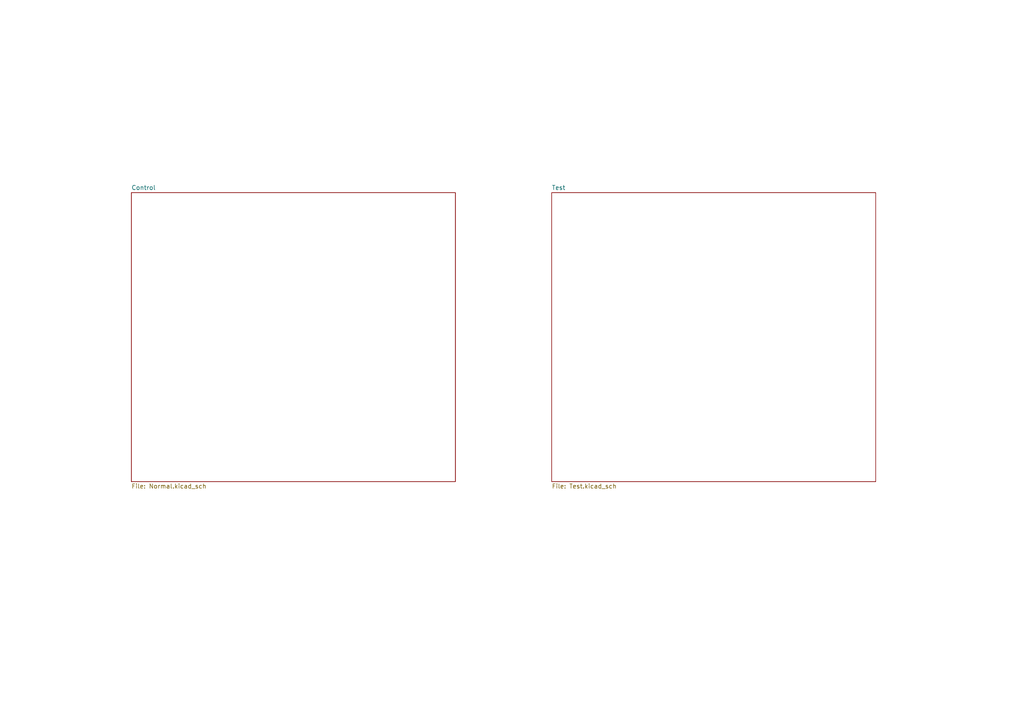
<source format=kicad_sch>
(kicad_sch
	(version 20231120)
	(generator "eeschema")
	(generator_version "8.0")
	(uuid "85430ccb-d89c-4a47-b712-615fcae8d9b9")
	(paper "A4")
	(lib_symbols)
	(sheet
		(at 160.02 55.88)
		(size 93.98 83.82)
		(fields_autoplaced yes)
		(stroke
			(width 0.1524)
			(type solid)
		)
		(fill
			(color 0 0 0 0.0000)
		)
		(uuid "60c610fc-659e-482e-8eea-ca2f2b1e8e8a")
		(property "Sheetname" "Test"
			(at 160.02 55.1684 0)
			(effects
				(font
					(size 1.27 1.27)
				)
				(justify left bottom)
			)
		)
		(property "Sheetfile" "Test.kicad_sch"
			(at 160.02 140.2846 0)
			(effects
				(font
					(size 1.27 1.27)
				)
				(justify left top)
			)
		)
		(instances
			(project "kiutilsbugtest"
				(path "/85430ccb-d89c-4a47-b712-615fcae8d9b9"
					(page "3")
				)
			)
		)
	)
	(sheet
		(at 38.1 55.88)
		(size 93.98 83.82)
		(fields_autoplaced yes)
		(stroke
			(width 0.1524)
			(type solid)
		)
		(fill
			(color 0 0 0 0.0000)
		)
		(uuid "7d04b2aa-cb0f-42b0-9528-ee2753983976")
		(property "Sheetname" "Control"
			(at 38.1 55.1684 0)
			(effects
				(font
					(size 1.27 1.27)
				)
				(justify left bottom)
			)
		)
		(property "Sheetfile" "Normal.kicad_sch"
			(at 38.1 140.2846 0)
			(effects
				(font
					(size 1.27 1.27)
				)
				(justify left top)
			)
		)
		(instances
			(project "kiutilsbugtest"
				(path "/85430ccb-d89c-4a47-b712-615fcae8d9b9"
					(page "2")
				)
			)
		)
	)
	(sheet_instances
		(path "/"
			(page "1")
		)
	)
)

</source>
